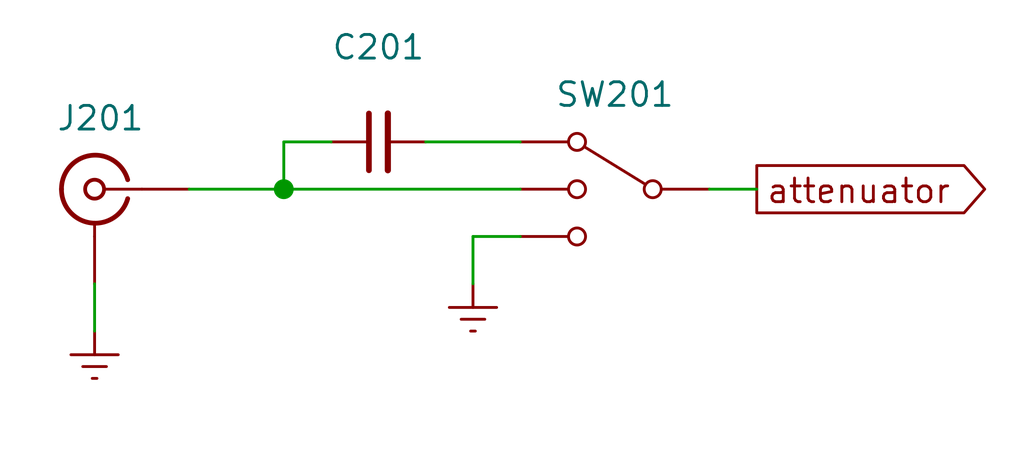
<source format=kicad_sch>
(kicad_sch (version 20230121) (generator eeschema)
  (paper "User" 54.991 25.4)
  (lib_symbols
    (symbol "Connector:Conn_Coaxial" (pin_numbers hide) (pin_names (offset 1.016) hide)
      (property "Reference" "J" (at 0.254 3.048 0))
      (property "Value" "Conn_Coaxial" (at 2.921 0 90))
      (symbol "Conn_Coaxial_0_1"
        (arc (start -1.778 -0.508) (mid 0.2311 -1.8066) (end 1.778 0) (stroke (width 0.254)))
        (polyline (pts (xy -2.54 0) (xy -0.508 0)))
        (polyline (pts (xy 0 -2.54) (xy 0 -1.778)))
        (circle (center 0 0) (radius 0.508) (stroke (width 0.2032)))
        (arc (start 1.778 0) (mid 0.2099 1.8101) (end -1.778 0.508) (stroke (width 0.254)))
      )
      (symbol "Conn_Coaxial_1_1"
        (pin passive line (at -5.08 0 0) (length 2.54) (name "In") (number "1"))
        (pin passive line (at 0 -5.08 90) (length 2.54) (name "Ext") (number "2"))
      )
    )
    (symbol "Device:C_Small" (pin_numbers hide) (pin_names (offset 0.254) hide)
      (property "Reference" "C" (at 0.254 1.778 0))
      (property "Value" "C_Small" (at 0.254 -2.032 0))
      (symbol "C_Small_0_1"
        (polyline (pts (xy -1.524 -0.508) (xy 1.524 -0.508)) (stroke (width 0.3302)))
        (polyline (pts (xy -1.524 0.508) (xy 1.524 0.508)) (stroke (width 0.3048)))
      )
      (symbol "C_Small_1_1"
        (pin passive line (at 0 2.54 270) (length 2.032) (name "~") (number "1"))
        (pin passive line (at 0 -2.54 90) (length 2.032) (name "~") (number "2"))
      )
    )
    (symbol "Switch:SW_SP3T" (pin_numbers hide) (pin_names (offset 0) hide)
      (property "Reference" "SW" (at 0 5.08 0))
      (property "Value" "SW_SP3T" (at 0 -5.08 0))
      (symbol "SW_SP3T_0_1"
        (circle (center -2.032 0) (radius 0.4572))
        (polyline (pts (xy -1.651 0.254) (xy 1.651 2.286)))
        (circle (center 2.032 -2.54) (radius 0.4572))
        (circle (center 2.032 0) (radius 0.4572))
        (circle (center 2.032 2.54) (radius 0.4572))
      )
      (symbol "SW_SP3T_1_1"
        (pin passive line (at 5.08 2.54 180) (length 2.54) (name "1") (number "1"))
        (pin passive line (at 5.08 0 180) (length 2.54) (name "2") (number "2"))
        (pin passive line (at -5.08 0 0) (length 2.54) (name "3") (number "3"))
        (pin passive line (at 5.08 -2.54 180) (length 2.54) (name "4") (number "4"))
      )
    )
    (symbol "power:Earth" (power) (pin_names (offset 0))
      (symbol "Earth_0_1"
        (polyline (pts (xy -0.635 -1.905) (xy 0.635 -1.905)))
        (polyline (pts (xy -0.127 -2.54) (xy 0.127 -2.54)))
        (polyline (pts (xy 0 -1.27) (xy 0 0)))
        (polyline (pts (xy 1.27 -1.27) (xy -1.27 -1.27)))
      )
      (symbol "Earth_1_1"
        (pin power_in line (at 0 0 270) (length 0) hide (name "Earth") (number "1"))
      )
    )
  )
  (junction (at 15.24 10.16))
  (wire (pts (xy 10.16 10.16) (xy 15.24 10.16)))
  (wire (pts (xy 38.1 10.16) (xy 40.64 10.16)))
  (wire (pts (xy 25.4 15.24) (xy 25.4 12.7)))
  (wire (pts (xy 15.24 10.16) (xy 27.94 10.16)))
  (wire (pts (xy 25.4 12.7) (xy 27.94 12.7)))
  (wire (pts (xy 15.24 7.62) (xy 15.24 10.16)))
  (wire (pts (xy 5.08 15.24) (xy 5.08 17.78)))
  (wire (pts (xy 22.86 7.62) (xy 27.94 7.62)))
  (wire (pts (xy 15.24 7.62) (xy 17.78 7.62)))
  (global_label "attenuator" (shape output) (at 40.64 10.16 0) (property "Intersheetrefs" "${INTERSHEET_REFS}" (effects hide)))
  (symbol (lib_id "Switch:SW_SP3T") (at 33.02 10.16 0) (mirror y) (unit 1)
    (property "Reference" "SW201" (at 33.02 5.08 0))
    (property "Value" "SW_SP3T" (effects hide))
    (instances (project "KiCad-DoscSource" (path "" (reference "SW201") (unit 1)) (path "" (reference "SW2") (unit 1))))
  )
  (symbol (lib_id "power:Earth") (at 5.08 17.78 0) (unit 1)
    (property "Reference" "#PWR0201" (effects hide))
    (property "Value" "Earth" (effects hide))
    (instances (project "KiCad-DoscSource" (path "" (reference "#PWR0201") (unit 1)) (path "" (reference "#PWR04") (unit 1))))
  )
  (symbol (lib_id "Device:C_Small") (at 20.32 7.62 90) (unit 1)
    (property "Reference" "C201" (at 20.32 2.54 90))
    (property "Value" "C" (effects hide))
    (instances (project "KiCad-DoscSource" (path "" (reference "C201") (unit 1)) (path "" (reference "C2") (unit 1))))
  )
  (symbol (lib_id "Connector:Conn_Coaxial") (at 5.08 10.16 0) (mirror y) (unit 1)
    (property "Reference" "J201" (at 5.3974 6.35 0))
    (property "Value" "Conn_Coaxial" (effects hide))
    (property "Datasheet" " ~" (effects hide))
    (instances (project "KiCad-DoscSource" (path "" (reference "J201") (unit 1)) (path "" (reference "J2") (unit 1))))
  )
  (symbol (lib_id "power:Earth") (at 25.4 15.24 0) (unit 1)
    (property "Reference" "#PWR0202" (effects hide))
    (property "Value" "Earth" (effects hide))
    (instances (project "KiCad-DoscSource" (path "" (reference "#PWR0202") (unit 1)) (path "" (reference "#PWR03") (unit 1))))
  )
)
</source>
